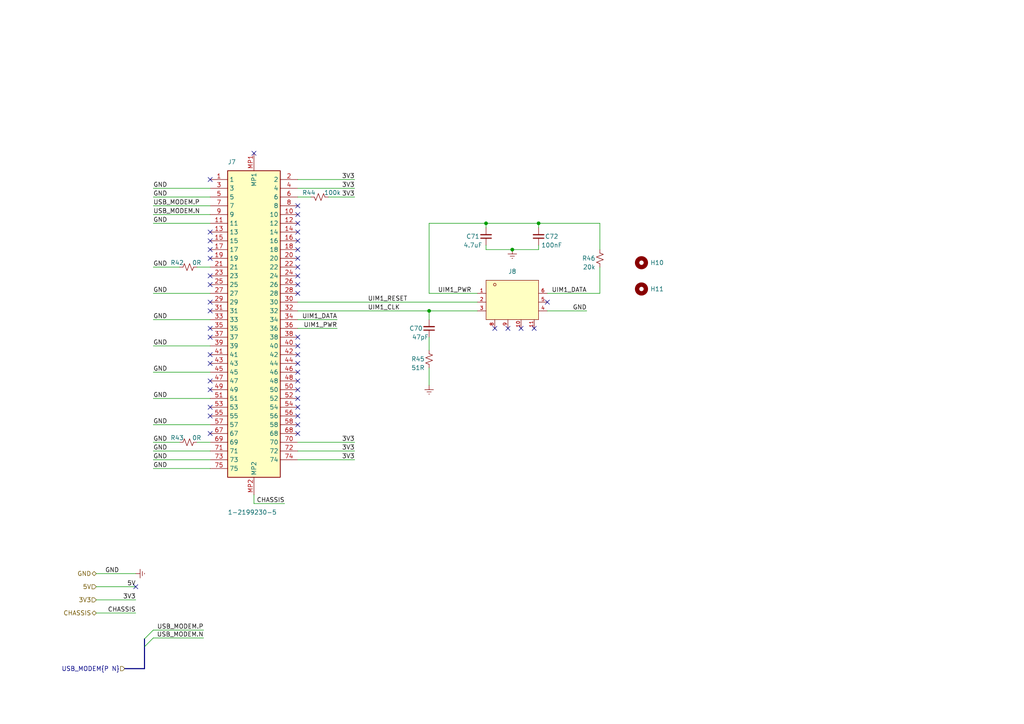
<source format=kicad_sch>
(kicad_sch (version 20250114) (generator "eeschema") (generator_version "9.0")
  (paper "A4")
  (lib_symbols
    (symbol "CholaSymbolsPrjLib:1-2199230-5"
      (property "Reference" "J" (at 95.25 12.7 0))
      (property "Value" "1-2199230-5" (at 95.25 10.16 0))
      (symbol "1-2199230-5_1_1"
        (rectangle (start 5.08 7.62) (end 93.98 -7.62) (stroke (width 0.254)) (fill (type background)))
        (pin passive line (at 0 0 0) (length 5.08) (name "MP1") (number "MP1"))
        (pin passive line (at 7.62 12.7 270) (length 5.08) (name "1") (number "1"))
        (pin passive line (at 7.62 -12.7 90) (length 5.08) (name "2") (number "2"))
        (pin passive line (at 10.16 12.7 270) (length 5.08) (name "3") (number "3"))
        (pin passive line (at 10.16 -12.7 90) (length 5.08) (name "4") (number "4"))
        (pin passive line (at 12.7 12.7 270) (length 5.08) (name "5") (number "5"))
        (pin passive line (at 12.7 -12.7 90) (length 5.08) (name "6") (number "6"))
        (pin passive line (at 15.24 12.7 270) (length 5.08) (name "7") (number "7"))
        (pin passive line (at 15.24 -12.7 90) (length 5.08) (name "8") (number "8"))
        (pin passive line (at 17.78 12.7 270) (length 5.08) (name "9") (number "9"))
        (pin passive line (at 17.78 -12.7 90) (length 5.08) (name "10") (number "10"))
        (pin passive line (at 20.32 12.7 270) (length 5.08) (name "11") (number "11"))
        (pin passive line (at 20.32 -12.7 90) (length 5.08) (name "12") (number "12"))
        (pin passive line (at 22.86 12.7 270) (length 5.08) (name "13") (number "13"))
        (pin passive line (at 22.86 -12.7 90) (length 5.08) (name "14") (number "14"))
        (pin passive line (at 25.4 12.7 270) (length 5.08) (name "15") (number "15"))
        (pin passive line (at 25.4 -12.7 90) (length 5.08) (name "16") (number "16"))
        (pin passive line (at 27.94 12.7 270) (length 5.08) (name "17") (number "17"))
        (pin passive line (at 27.94 -12.7 90) (length 5.08) (name "18") (number "18"))
        (pin passive line (at 30.48 12.7 270) (length 5.08) (name "19") (number "19"))
        (pin passive line (at 30.48 -12.7 90) (length 5.08) (name "20") (number "20"))
        (pin passive line (at 33.02 12.7 270) (length 5.08) (name "21") (number "21"))
        (pin passive line (at 33.02 -12.7 90) (length 5.08) (name "22") (number "22"))
        (pin passive line (at 35.56 12.7 270) (length 5.08) (name "23") (number "23"))
        (pin passive line (at 35.56 -12.7 90) (length 5.08) (name "24") (number "24"))
        (pin passive line (at 38.1 12.7 270) (length 5.08) (name "25") (number "25"))
        (pin passive line (at 38.1 -12.7 90) (length 5.08) (name "26") (number "26"))
        (pin passive line (at 40.64 12.7 270) (length 5.08) (name "27") (number "27"))
        (pin passive line (at 40.64 -12.7 90) (length 5.08) (name "28") (number "28"))
        (pin passive line (at 43.18 12.7 270) (length 5.08) (name "29") (number "29"))
        (pin passive line (at 43.18 -12.7 90) (length 5.08) (name "30") (number "30"))
        (pin passive line (at 45.72 12.7 270) (length 5.08) (name "31") (number "31"))
        (pin passive line (at 45.72 -12.7 90) (length 5.08) (name "32") (number "32"))
        (pin passive line (at 48.26 12.7 270) (length 5.08) (name "33") (number "33"))
        (pin passive line (at 48.26 -12.7 90) (length 5.08) (name "34") (number "34"))
        (pin passive line (at 50.8 12.7 270) (length 5.08) (name "35") (number "35"))
        (pin passive line (at 50.8 -12.7 90) (length 5.08) (name "36") (number "36"))
        (pin passive line (at 53.34 12.7 270) (length 5.08) (name "37") (number "37"))
        (pin passive line (at 53.34 -12.7 90) (length 5.08) (name "38") (number "38"))
        (pin passive line (at 55.88 12.7 270) (length 5.08) (name "39") (number "39"))
        (pin passive line (at 55.88 -12.7 90) (length 5.08) (name "40") (number "40"))
        (pin passive line (at 58.42 12.7 270) (length 5.08) (name "41") (number "41"))
        (pin passive line (at 58.42 -12.7 90) (length 5.08) (name "42") (number "42"))
        (pin passive line (at 60.96 12.7 270) (length 5.08) (name "43") (number "43"))
        (pin passive line (at 60.96 -12.7 90) (length 5.08) (name "44") (number "44"))
        (pin passive line (at 63.5 12.7 270) (length 5.08) (name "45") (number "45"))
        (pin passive line (at 63.5 -12.7 90) (length 5.08) (name "46") (number "46"))
        (pin passive line (at 66.04 12.7 270) (length 5.08) (name "47") (number "47"))
        (pin passive line (at 66.04 -12.7 90) (length 5.08) (name "48") (number "48"))
        (pin passive line (at 68.58 12.7 270) (length 5.08) (name "49") (number "49"))
        (pin passive line (at 68.58 -12.7 90) (length 5.08) (name "50") (number "50"))
        (pin passive line (at 71.12 12.7 270) (length 5.08) (name "51") (number "51"))
        (pin passive line (at 71.12 -12.7 90) (length 5.08) (name "52") (number "52"))
        (pin passive line (at 73.66 12.7 270) (length 5.08) (name "53") (number "53"))
        (pin passive line (at 73.66 -12.7 90) (length 5.08) (name "54") (number "54"))
        (pin passive line (at 76.2 12.7 270) (length 5.08) (name "55") (number "55"))
        (pin passive line (at 76.2 -12.7 90) (length 5.08) (name "56") (number "56"))
        (pin passive line (at 78.74 12.7 270) (length 5.08) (name "57") (number "57"))
        (pin passive line (at 78.74 -12.7 90) (length 5.08) (name "58") (number "58"))
        (pin passive line (at 81.28 12.7 270) (length 5.08) (name "67") (number "67"))
        (pin passive line (at 81.28 -12.7 90) (length 5.08) (name "68") (number "68"))
        (pin passive line (at 83.82 12.7 270) (length 5.08) (name "69") (number "69"))
        (pin passive line (at 83.82 -12.7 90) (length 5.08) (name "70") (number "70"))
        (pin passive line (at 86.36 12.7 270) (length 5.08) (name "71") (number "71"))
        (pin passive line (at 86.36 -12.7 90) (length 5.08) (name "72") (number "72"))
        (pin passive line (at 88.9 12.7 270) (length 5.08) (name "73") (number "73"))
        (pin passive line (at 88.9 -12.7 90) (length 5.08) (name "74") (number "74"))
        (pin passive line (at 91.44 12.7 270) (length 5.08) (name "75") (number "75"))
        (pin passive line (at 99.06 0 180) (length 5.08) (name "MP2") (number "MP2"))
      )
    )
    (symbol "CholaSymbolsPrjLib:C_Small" (pin_numbers (hide yes)) (pin_names (offset 0.254) (hide yes))
      (property "Reference" "C" (at 0.254 1.778 0))
      (property "Value" "C_Small" (at 0.254 -2.032 0))
      (symbol "C_Small_0_1"
        (polyline (pts (xy -1.524 0.508) (xy 1.524 0.508)) (stroke (width 0.3048)))
        (polyline (pts (xy -1.524 -0.508) (xy 1.524 -0.508)) (stroke (width 0.3302)))
      )
      (symbol "C_Small_1_1"
        (pin passive line (at 0 2.54 270) (length 2.032) (name "~") (number "1"))
        (pin passive line (at 0 -2.54 90) (length 2.032) (name "~") (number "2"))
      )
    )
    (symbol "CholaSymbolsPrjLib:HYC90-SIM06-180" (pin_names (hide yes))
      (property "Reference" "J" (at 0 1.27 0))
      (symbol "HYC90-SIM06-180_0_1"
        (rectangle (start -7.62 6.35) (end 7.62 -5.08) (fill (type background)))
        (circle (center -5.08 5.08) (radius 0.381) (fill (type background)))
        (pin unspecified line (at -10.16 2.54 0) (length 2.54) (name "VCC") (number "1"))
        (pin unspecified line (at -10.16 0 0) (length 2.54) (name "RST") (number "2"))
        (pin unspecified line (at -10.16 -2.54 0) (length 2.54) (name "CLK") (number "3"))
        (pin unspecified line (at -5.08 -7.62 90) (length 2.54) (name "EP") (number "8"))
        (pin unspecified line (at -1.27 -7.62 90) (length 2.54) (name "EP") (number "9"))
        (pin unspecified line (at 2.54 -7.62 90) (length 2.54) (name "EP") (number "10"))
        (pin unspecified line (at 6.35 -7.62 90) (length 2.54) (name "EP") (number "11"))
        (pin unspecified line (at 10.16 2.54 180) (length 2.54) (name "IO") (number "6"))
        (pin unspecified line (at 10.16 0 180) (length 2.54) (name "VPP") (number "5"))
        (pin unspecified line (at 10.16 -2.54 180) (length 2.54) (name "GND") (number "4"))
      )
    )
    (symbol "CholaSymbolsPrjLib:MountingHole" (pin_names (offset 1.016))
      (property "Reference" "H" (at 0 5.08 0))
      (property "Value" "MountingHole" (at 0 3.175 0))
      (symbol "MountingHole_0_1"
        (circle (center 0 0) (radius 1.27) (stroke (width 1.27)))
      )
    )
    (symbol "CholaSymbolsPrjLib:R_Small_US" (pin_numbers (hide yes)) (pin_names (offset 0.254) (hide yes))
      (property "Reference" "R" (at 0.762 0.508 0))
      (property "Value" "R_Small_US" (at 0.762 -1.016 0))
      (symbol "R_Small_US_1_1"
        (polyline (pts (xy 0 1.524) (xy 1.016 1.143) (xy 0 0.762) (xy -1.016 0.381) (xy 0 0)))
        (polyline (pts (xy 0 0) (xy 1.016 -0.381) (xy 0 -0.762) (xy -1.016 -1.143) (xy 0 -1.524)))
        (pin passive line (at 0 2.54 270) (length 1.016) (name "~") (number "1"))
        (pin passive line (at 0 -2.54 90) (length 1.016) (name "~") (number "2"))
      )
    )
    (symbol "power:GNDREF" (power) (pin_names (offset 0))
      (property "Value" "GNDREF" (at 0 -3.81 0))
      (symbol "GNDREF_0_1"
        (polyline (pts (xy -0.635 -1.905) (xy 0.635 -1.905)))
        (polyline (pts (xy -0.127 -2.54) (xy 0.127 -2.54)))
        (polyline (pts (xy 0 -1.27) (xy 0 0)))
        (polyline (pts (xy 1.27 -1.27) (xy -1.27 -1.27)))
      )
      (symbol "GNDREF_1_1"
        (pin power_in line (at 0 0 270) (length 0) (hide yes) (name "GNDREF") (number "1"))
      )
    )
  )
  (junction (at 140.97 64.77))
  (junction (at 148.59 72.39))
  (junction (at 156.21 64.77))
  (junction (at 124.46 90.17))
  (no_connect (at 60.96 82.55))
  (no_connect (at 86.36 69.85))
  (no_connect (at 86.36 110.49))
  (no_connect (at 154.94 95.25))
  (no_connect (at 60.96 105.41))
  (no_connect (at 86.36 80.01))
  (no_connect (at 86.36 64.77))
  (no_connect (at 60.96 67.31))
  (no_connect (at 60.96 87.63))
  (no_connect (at 143.51 95.25))
  (no_connect (at 60.96 69.85))
  (no_connect (at 86.36 120.65))
  (no_connect (at 86.36 107.95))
  (no_connect (at 60.96 125.73))
  (no_connect (at 73.66 44.45))
  (no_connect (at 86.36 82.55))
  (no_connect (at 60.96 97.79))
  (no_connect (at 86.36 77.47))
  (no_connect (at 60.96 118.11))
  (no_connect (at 86.36 123.19))
  (no_connect (at 86.36 113.03))
  (no_connect (at 39.37 170.18))
  (no_connect (at 60.96 72.39))
  (no_connect (at 151.13 95.25))
  (no_connect (at 60.96 74.93))
  (no_connect (at 60.96 52.07))
  (no_connect (at 158.75 87.63))
  (no_connect (at 147.32 95.25))
  (no_connect (at 86.36 102.87))
  (no_connect (at 60.96 95.25))
  (no_connect (at 86.36 125.73))
  (no_connect (at 60.96 110.49))
  (no_connect (at 60.96 120.65))
  (no_connect (at 60.96 102.87))
  (no_connect (at 86.36 74.93))
  (no_connect (at 86.36 62.23))
  (no_connect (at 60.96 113.03))
  (no_connect (at 86.36 59.69))
  (no_connect (at 60.96 90.17))
  (no_connect (at 86.36 72.39))
  (no_connect (at 86.36 118.11))
  (no_connect (at 86.36 100.33))
  (no_connect (at 86.36 97.79))
  (no_connect (at 86.36 67.31))
  (no_connect (at 86.36 105.41))
  (no_connect (at 60.96 80.01))
  (no_connect (at 86.36 85.09))
  (no_connect (at 86.36 115.57))
  (bus_entry (at 41.91 187.579) (size 2.54 -2.54))
  (bus_entry (at 41.91 185.293) (size 2.54 -2.54))
  (wire (pts (xy 59.055 185.039) (xy 44.45 185.039)))
  (wire (pts (xy 124.46 90.17) (xy 138.43 90.17)))
  (wire (pts (xy 57.15 77.47) (xy 60.96 77.47)))
  (wire (pts (xy 60.96 57.15) (xy 44.45 57.15)))
  (wire (pts (xy 86.36 130.81) (xy 102.87 130.81)))
  (wire (pts (xy 95.25 57.15) (xy 102.87 57.15)))
  (wire (pts (xy 173.99 64.77) (xy 156.21 64.77)))
  (wire (pts (xy 156.21 64.77) (xy 156.21 66.04)))
  (wire (pts (xy 158.75 85.09) (xy 173.99 85.09)))
  (wire (pts (xy 60.96 92.71) (xy 44.45 92.71)))
  (wire (pts (xy 156.21 72.39) (xy 156.21 71.12)))
  (wire (pts (xy 86.36 54.61) (xy 102.87 54.61)))
  (bus (pts (xy 41.91 193.929) (xy 36.195 193.929)))
  (wire (pts (xy 140.97 64.77) (xy 140.97 66.04)))
  (wire (pts (xy 86.36 128.27) (xy 102.87 128.27)))
  (wire (pts (xy 44.45 62.23) (xy 60.96 62.23)))
  (wire (pts (xy 90.17 57.15) (xy 86.36 57.15)))
  (wire (pts (xy 60.96 85.09) (xy 44.45 85.09)))
  (wire (pts (xy 27.94 177.8) (xy 39.37 177.8)))
  (wire (pts (xy 73.66 146.05) (xy 82.55 146.05)))
  (wire (pts (xy 60.96 107.95) (xy 44.45 107.95)))
  (wire (pts (xy 86.36 52.07) (xy 102.87 52.07)))
  (wire (pts (xy 158.75 90.17) (xy 170.18 90.17)))
  (wire (pts (xy 73.66 143.51) (xy 73.66 146.05)))
  (wire (pts (xy 140.97 71.12) (xy 140.97 72.39)))
  (wire (pts (xy 44.45 77.47) (xy 52.07 77.47)))
  (wire (pts (xy 140.97 64.77) (xy 124.46 64.77)))
  (wire (pts (xy 124.46 97.79) (xy 124.46 101.6)))
  (wire (pts (xy 60.96 133.35) (xy 44.45 133.35)))
  (wire (pts (xy 27.94 173.99) (xy 39.37 173.99)))
  (wire (pts (xy 140.97 72.39) (xy 148.59 72.39)))
  (wire (pts (xy 124.46 64.77) (xy 124.46 85.09)))
  (wire (pts (xy 60.96 54.61) (xy 44.45 54.61)))
  (wire (pts (xy 86.36 92.71) (xy 97.79 92.71)))
  (wire (pts (xy 44.45 59.69) (xy 60.96 59.69)))
  (wire (pts (xy 173.99 72.39) (xy 173.99 64.77)))
  (wire (pts (xy 86.36 95.25) (xy 97.79 95.25)))
  (wire (pts (xy 60.96 130.81) (xy 44.45 130.81)))
  (wire (pts (xy 173.99 77.47) (xy 173.99 85.09)))
  (wire (pts (xy 27.94 166.37) (xy 39.37 166.37)))
  (wire (pts (xy 86.36 90.17) (xy 124.46 90.17)))
  (bus (pts (xy 41.91 185.293) (xy 41.91 187.579)))
  (wire (pts (xy 148.59 72.39) (xy 156.21 72.39)))
  (wire (pts (xy 27.94 170.18) (xy 39.37 170.18)))
  (wire (pts (xy 86.36 133.35) (xy 102.87 133.35)))
  (wire (pts (xy 44.45 128.27) (xy 52.07 128.27)))
  (wire (pts (xy 59.055 182.753) (xy 44.45 182.753)))
  (wire (pts (xy 57.15 128.27) (xy 60.96 128.27)))
  (wire (pts (xy 124.46 85.09) (xy 138.43 85.09)))
  (wire (pts (xy 124.46 106.68) (xy 124.46 111.76)))
  (wire (pts (xy 124.46 90.17) (xy 124.46 92.71)))
  (wire (pts (xy 60.96 100.33) (xy 44.45 100.33)))
  (wire (pts (xy 140.97 64.77) (xy 156.21 64.77)))
  (bus (pts (xy 41.91 187.579) (xy 41.91 193.929)))
  (wire (pts (xy 60.96 115.57) (xy 44.45 115.57)))
  (wire (pts (xy 86.36 87.63) (xy 138.43 87.63)))
  (wire (pts (xy 60.96 123.19) (xy 44.45 123.19)))
  (wire (pts (xy 60.96 64.77) (xy 44.45 64.77)))
  (wire (pts (xy 60.96 135.89) (xy 44.45 135.89)))
  (label "GND" (at 44.45 92.71 0))
  (label "UIM1_DATA" (at 97.79 92.71 180))
  (label "GND" (at 44.45 128.27 0))
  (label "GND" (at 44.45 123.19 0))
  (label "GND" (at 44.45 130.81 0))
  (label "GND" (at 44.45 85.09 0))
  (label "USB_MODEM.N" (at 59.055 185.039 180))
  (label "UIM1_RESET" (at 106.68 87.63 0))
  (label "USB_MODEM.P" (at 44.45 59.69 0))
  (label "UIM1_CLK" (at 106.68 90.17 0))
  (label "USB_MODEM.P" (at 59.055 182.753 180))
  (label "GND" (at 30.48 166.37 0))
  (label "GND" (at 44.45 100.33 0))
  (label "GND" (at 44.45 77.47 0))
  (label "3V3" (at 102.87 52.07 180))
  (label "GND" (at 44.45 107.95 0))
  (label "CHASSIS" (at 82.55 146.05 180))
  (label "CHASSIS" (at 39.37 177.8 180))
  (label "5V" (at 39.37 170.18 180))
  (label "3V3" (at 102.87 128.27 180))
  (label "GND" (at 44.45 135.89 0))
  (label "3V3" (at 39.37 173.99 180))
  (label "GND" (at 44.45 57.15 0))
  (label "3V3" (at 102.87 133.35 180))
  (label "USB_MODEM.N" (at 44.45 62.23 0))
  (label "GND" (at 44.45 115.57 0))
  (label "3V3" (at 102.87 54.61 180))
  (label "GND" (at 44.45 54.61 0))
  (label "UIM1_PWR" (at 97.79 95.25 180))
  (label "GND" (at 170.18 90.17 180))
  (label "3V3" (at 102.87 130.81 180))
  (label "UIM1_PWR" (at 127 85.09 0))
  (label "UIM1_DATA" (at 170.18 85.09 180))
  (label "GND" (at 44.45 133.35 0))
  (label "GND" (at 44.45 64.77 0))
  (label "3V3" (at 102.87 57.15 180))
  (hierarchical_label "GND" (shape bidirectional) (at 27.94 166.37 180))
  (hierarchical_label "5V" (shape input) (at 27.94 170.18 180))
  (hierarchical_label "CHASSIS" (shape bidirectional) (at 27.94 177.8 180))
  (hierarchical_label "3V3" (shape input) (at 27.94 173.99 180))
  (hierarchical_label "USB_MODEM{P N}" (shape input) (at 36.195 193.929 180))
  (symbol (lib_id "CholaSymbolsPrjLib:HYC90-SIM06-180") (at 148.59 87.63 0) (unit 1)
    (property "Reference" "J8" (at 148.59 78.74 0))
    (property "Value" "HYC90-SIM06-180" (effects (hide yes)))
    (property "Footprint" "CholaFootprintsPrjLib:SIM-SMD_HYC90-SIM06-180" (effects (hide yes)))
    (property "Datasheet" "https://item.szlcsc.com/677867.html" (effects (hide yes)))
    (property "LCSC" "C645506" (effects (hide yes)))
  )
  (symbol (lib_id "power:GNDREF") (at 124.46 111.76 0) (unit 1)
    (property "Reference" "#PWR050" (effects (hide yes)))
    (property "Value" "GNDREF" (effects (hide yes)))
  )
  (symbol (lib_id "CholaSymbolsPrjLib:MountingHole") (at 186.055 76.2 0) (unit 1)
    (property "Reference" "H10" (at 188.595 76.2 0) (effects (justify left)))
    (property "Value" "MountingHole" (effects (hide yes)))
    (property "Footprint" "MountingHole:MountingHole_2.2mm_M2_Pad" (effects (hide yes)))
  )
  (symbol (lib_id "CholaSymbolsPrjLib:C_Small") (at 140.97 68.58 180) (unit 1)
    (property "Reference" "C71" (at 137.16 68.58 0))
    (property "Value" "4.7uF" (at 137.16 71.12 0))
    (property "Footprint" "Capacitor_SMD:C_0402_1005Metric" (effects (hide yes)))
  )
  (symbol (lib_id "CholaSymbolsPrjLib:C_Small") (at 156.21 68.58 180) (unit 1)
    (property "Reference" "C72" (at 160.02 68.58 0))
    (property "Value" "100nF" (at 160.02 71.12 0))
    (property "Footprint" "Capacitor_SMD:C_0402_1005Metric" (effects (hide yes)))
  )
  (symbol (lib_id "CholaSymbolsPrjLib:R_Small_US") (at 173.99 74.93 180) (unit 1)
    (property "Reference" "R46" (at 172.72 74.93 0) (effects (justify left)))
    (property "Value" "20k" (at 172.72 77.47 0) (effects (justify left)))
    (property "Footprint" "Resistor_SMD:R_0402_1005Metric" (effects (hide yes)))
  )
  (symbol (lib_id "power:GNDREF") (at 148.59 72.39 0) (unit 1)
    (property "Reference" "#PWR051" (effects (hide yes)))
    (property "Value" "GNDREF" (effects (hide yes)))
  )
  (symbol (lib_id "CholaSymbolsPrjLib:R_Small_US") (at 54.61 77.47 90) (unit 1)
    (property "Reference" "R42" (at 53.34 76.2 90) (effects (justify left)))
    (property "Value" "0R" (at 58.42 76.2 90) (effects (justify left)))
    (property "Footprint" "Resistor_SMD:R_0402_1005Metric" (effects (hide yes)))
  )
  (symbol (lib_id "CholaSymbolsPrjLib:C_Small") (at 124.46 95.25 180) (unit 1)
    (property "Reference" "C70" (at 120.65 95.25 0))
    (property "Value" "47pF" (at 121.92 97.79 0))
    (property "Footprint" "Capacitor_SMD:C_0402_1005Metric" (effects (hide yes)))
  )
  (symbol (lib_id "CholaSymbolsPrjLib:MountingHole") (at 186.055 83.82 0) (unit 1)
    (property "Reference" "H11" (at 188.595 83.82 0) (effects (justify left)))
    (property "Value" "MountingHole" (effects (hide yes)))
    (property "Footprint" "MountingHole:MountingHole_2.2mm_M2_Pad" (effects (hide yes)))
  )
  (symbol (lib_id "CholaSymbolsPrjLib:R_Small_US") (at 92.71 57.15 270) (mirror x) (unit 1)
    (property "Reference" "R44" (at 87.63 55.88 90) (effects (justify left)))
    (property "Value" "100k" (at 93.98 55.88 90) (effects (justify left)))
    (property "Footprint" "Resistor_SMD:R_0402_1005Metric" (effects (hide yes)))
  )
  (symbol (lib_id "CholaSymbolsPrjLib:R_Small_US") (at 54.61 128.27 90) (unit 1)
    (property "Reference" "R43" (at 53.34 127 90) (effects (justify left)))
    (property "Value" "0R" (at 58.42 127 90) (effects (justify left)))
    (property "Footprint" "Resistor_SMD:R_0402_1005Metric" (effects (hide yes)))
  )
  (symbol (lib_id "power:GNDREF") (at 39.37 166.37 90) (unit 1)
    (property "Reference" "#PWR049" (effects (hide yes)))
    (property "Value" "GNDREF" (effects (hide yes)))
  )
  (symbol (lib_id "CholaSymbolsPrjLib:R_Small_US") (at 124.46 104.14 180) (unit 1)
    (property "Reference" "R45" (at 123.19 104.14 0) (effects (justify left)))
    (property "Value" "51R" (at 123.19 106.68 0) (effects (justify left)))
    (property "Footprint" "Resistor_SMD:R_0402_1005Metric" (effects (hide yes)))
  )
  (symbol (lib_id "CholaSymbolsPrjLib:1-2199230-5") (at 73.66 44.45 90) (mirror x) (unit 1)
    (property "Reference" "J7" (at 66.04 46.99 90) (effects (justify right)))
    (property "Value" "1-2199230-5" (at 66.04 148.59 90) (effects (justify right)))
    (property "Footprint" "CholaFootprintsPrjLib:M2_Slot" (effects (hide yes)))
    (property "Datasheet" "https://www.te.com/commerce/DocumentDelivery/DDEController?Action=srchrtrv&DocNm=1-1773702-1NGFFQRG-EN&DocType=Data+Sheet&DocLang=English&PartCntxt=1-2199230-5&DocFormat=pdf" (effects (hide yes)))
    (property "Height" "4.2" (effects (hide yes)))
    (property "Manufacturer_Name" "TE Connectivity" (effects (hide yes)))
    (property "Manufacturer_Part_Number" "1-2199230-5" (effects (hide yes)))
    (property "Mouser Part Number" "571-1-2199230-5" (effects (hide yes)))
    (property "Mouser Price/Stock" "https://www.mouser.co.uk/ProductDetail/TE-Connectivity/1-2199230-5?qs=N0TJGnUfxCD5L9UvFjPEwQ%3D%3D" (effects (hide yes)))
    (property "Arrow Part Number" "1-2199230-5" (effects (hide yes)))
    (property "Arrow Price/Stock" "https://www.arrow.com/en/products/1-2199230-5/te-connectivity?region=nac" (effects (hide yes)))
  )
)
</source>
